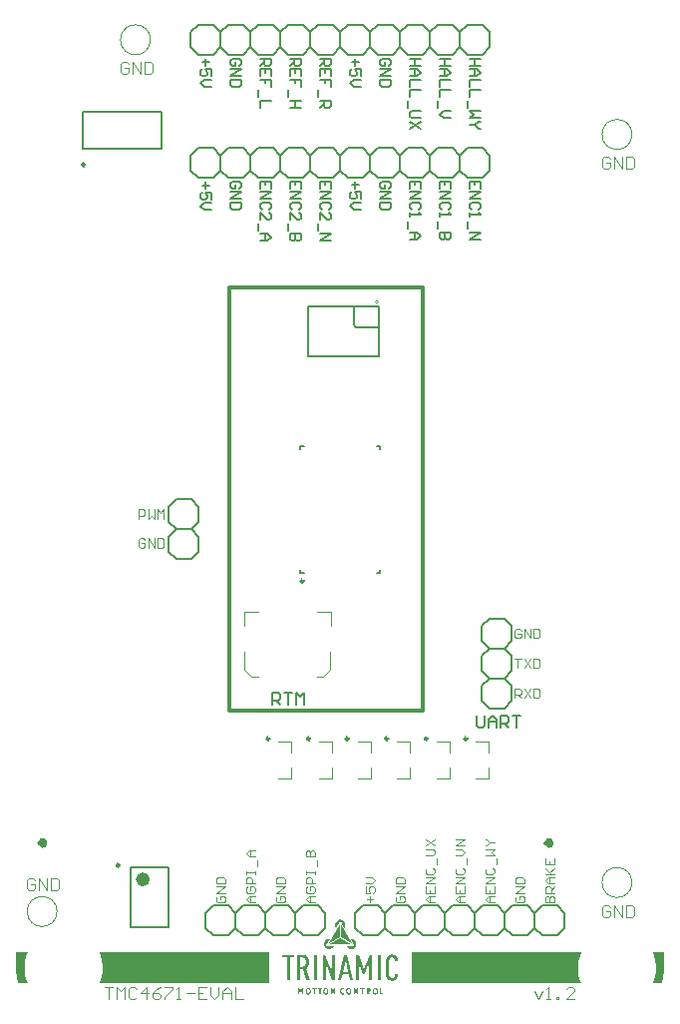
<source format=gto>
G04*
G04 #@! TF.GenerationSoftware,Altium Limited,Altium Designer,19.0.8 (182)*
G04*
G04 Layer_Color=65535*
%FSLAX25Y25*%
%MOIN*%
G70*
G01*
G75*
%ADD10C,0.00984*%
%ADD11C,0.02362*%
%ADD12C,0.01968*%
%ADD13C,0.00394*%
%ADD14C,0.00500*%
%ADD15C,0.00400*%
%ADD16C,0.00787*%
%ADD17C,0.01181*%
%ADD18C,0.00472*%
%ADD19C,0.00600*%
%ADD20C,0.00321*%
%ADD21C,0.00350*%
G36*
X108063Y30091D02*
X108064Y30090D01*
Y30089D01*
Y25881D01*
Y25881D01*
X108064Y25880D01*
X108063Y25880D01*
X108063Y25879D01*
X108063Y25879D01*
X108063Y25879D01*
X108063Y25879D01*
X108063Y25879D01*
X108063Y25879D01*
X108063Y25879D01*
X104418Y23775D01*
X104418Y23775D01*
X104418Y23775D01*
X104418Y23775D01*
X104418Y23775D01*
X104418Y23775D01*
X104417Y23775D01*
X104416Y23775D01*
X104415Y23776D01*
X104415Y23777D01*
X104415Y23778D01*
X108060Y30090D01*
Y30090D01*
X108060Y30091D01*
X108062Y30091D01*
X108063Y30091D01*
D02*
G37*
G36*
X108513Y31714D02*
X108977Y31579D01*
X109385Y31320D01*
X109705Y30957D01*
X109911Y30520D01*
X109987Y30043D01*
X109927Y29563D01*
X109736Y29119D01*
X109582Y28932D01*
X108355Y31057D01*
X108306Y31106D01*
X108235Y31108D01*
X108187Y31057D01*
X106960Y28932D01*
Y28932D01*
X106806Y29119D01*
X106614Y29563D01*
X106554Y30042D01*
X106630Y30520D01*
X106837Y30957D01*
X107157Y31320D01*
X107565Y31579D01*
X108029Y31714D01*
X108271Y31714D01*
X108513Y31714D01*
D02*
G37*
G36*
X108271Y25522D02*
X108271Y25522D01*
X108271Y25522D01*
X111915Y23417D01*
X111915Y23417D01*
X111915Y23417D01*
X111915Y23417D01*
X111916Y23417D01*
X111916Y23417D01*
X111916Y23417D01*
X111916Y23417D01*
X111917Y23415D01*
X111916Y23414D01*
X111915Y23413D01*
X111914Y23413D01*
X104625Y23414D01*
X104625D01*
X104624Y23415D01*
X104623Y23416D01*
X104624Y23417D01*
X104624Y23418D01*
X108269Y25522D01*
X108269Y25522D01*
X108269Y25522D01*
X108270Y25522D01*
X108270Y25522D01*
X108271Y25522D01*
D02*
G37*
G36*
X108480Y30091D02*
X108480Y30090D01*
X112124Y23778D01*
X112124D01*
X112124Y23777D01*
X112124Y23776D01*
X112123Y23775D01*
X112122Y23775D01*
X112121Y23775D01*
X108477Y25879D01*
X108477D01*
X108477Y25879D01*
X108476Y25880D01*
X108476Y25880D01*
X108476Y25881D01*
X108476Y25881D01*
Y25881D01*
X108476Y25881D01*
X108476Y25881D01*
Y25881D01*
Y25881D01*
X108476Y30089D01*
Y30090D01*
X108476Y30090D01*
X108477Y30091D01*
X108478Y30092D01*
X108480Y30091D01*
D02*
G37*
G36*
X104867Y25311D02*
X103640Y23187D01*
X103623Y23119D01*
X103657Y23057D01*
X103725Y23041D01*
X106178D01*
X106178Y23041D01*
X106094Y22814D01*
X105805Y22426D01*
X105419Y22134D01*
X104968Y21961D01*
X104486Y21921D01*
X104012Y22017D01*
X103584Y22241D01*
X103235Y22576D01*
X103114Y22785D01*
X103114D01*
X102993Y22995D01*
X102877Y23464D01*
X102898Y23947D01*
X103052Y24406D01*
X103327Y24803D01*
X103703Y25107D01*
X104148Y25295D01*
X104629Y25351D01*
X104867Y25311D01*
D02*
G37*
G36*
X112390Y25293D02*
X112836Y25105D01*
X113211Y24801D01*
X113487Y24403D01*
X113641Y23945D01*
X113661Y23462D01*
X113546Y22992D01*
X113425Y22783D01*
X113304Y22573D01*
X112955Y22239D01*
X112526Y22015D01*
X112053Y21919D01*
X111571Y21959D01*
X111119Y22132D01*
X110734Y22424D01*
X110445Y22812D01*
X110360Y23038D01*
X112814Y23038D01*
X112814D01*
X112823Y23039D01*
X112840Y23041D01*
X112857Y23045D01*
X112873Y23052D01*
X112881Y23056D01*
X112888Y23062D01*
X112901Y23075D01*
X112910Y23091D01*
X112916Y23108D01*
X112918Y23117D01*
X112918Y23117D01*
X112917Y23126D01*
X112914Y23143D01*
X112909Y23160D01*
X112902Y23176D01*
X112898Y23184D01*
X111671Y25309D01*
X111671D01*
X111910Y25349D01*
X112390Y25293D01*
D02*
G37*
G36*
X118998Y19997D02*
X118998Y19997D01*
X118999Y19996D01*
Y19995D01*
Y11426D01*
Y11426D01*
X118998Y11425D01*
X118998Y11424D01*
X118997Y11424D01*
X117963D01*
X117962Y11424D01*
X117961Y11425D01*
X117961Y11426D01*
Y11426D01*
Y17516D01*
X116607Y13520D01*
X116607D01*
X116607Y13519D01*
X116607Y13519D01*
X116606Y13518D01*
X116605Y13518D01*
X115968D01*
X115967Y13518D01*
X115967Y13519D01*
X115966Y13519D01*
X115966Y13520D01*
X114636Y17420D01*
Y11426D01*
Y11426D01*
X114636Y11425D01*
X114635Y11424D01*
X114635Y11424D01*
X113600D01*
X113599Y11424D01*
X113599Y11425D01*
X113598Y11426D01*
Y11426D01*
Y19995D01*
Y19996D01*
X113599Y19997D01*
X113599Y19997D01*
X113600Y19997D01*
X114575D01*
X114575Y19997D01*
X114576Y19997D01*
X114576Y19997D01*
X114576Y19996D01*
X114576Y19996D01*
X114576Y19996D01*
X114576Y19996D01*
X114576Y19996D01*
X114576Y19996D01*
X116305Y15236D01*
X118022Y19996D01*
Y19996D01*
X118022Y19996D01*
X118022Y19997D01*
X118023Y19997D01*
X118023Y19997D01*
X118997D01*
X118998Y19997D01*
D02*
G37*
G36*
X95990Y19986D02*
X96168Y19967D01*
X96344Y19940D01*
X96431Y19921D01*
X96431Y19921D01*
X96470Y19912D01*
X96546Y19890D01*
X96621Y19865D01*
X96695Y19838D01*
X96731Y19822D01*
X96731Y19822D01*
X96766Y19808D01*
X96834Y19775D01*
X96900Y19738D01*
X96964Y19698D01*
X96994Y19676D01*
X96994Y19676D01*
X97057Y19631D01*
X97172Y19529D01*
X97276Y19415D01*
X97366Y19290D01*
X97405Y19223D01*
X97405Y19223D01*
X97427Y19185D01*
X97467Y19108D01*
X97503Y19029D01*
X97536Y18949D01*
X97551Y18908D01*
X97551Y18908D01*
X97568Y18861D01*
X97598Y18767D01*
X97624Y18672D01*
X97647Y18575D01*
X97656Y18527D01*
X97657Y18527D01*
X97667Y18471D01*
X97686Y18359D01*
X97702Y18246D01*
X97715Y18133D01*
X97720Y18077D01*
X97720Y18077D01*
X97726Y18011D01*
X97735Y17880D01*
X97740Y17749D01*
X97742Y17618D01*
X97742Y17552D01*
X97742Y17552D01*
X97741Y17470D01*
X97737Y17305D01*
X97728Y17141D01*
X97714Y16977D01*
X97706Y16895D01*
X97706Y16895D01*
X97699Y16826D01*
X97677Y16688D01*
X97649Y16552D01*
X97614Y16417D01*
X97593Y16350D01*
X97593Y16350D01*
X97583Y16320D01*
X97563Y16262D01*
X97541Y16203D01*
X97517Y16146D01*
X97505Y16117D01*
X97505Y16117D01*
X97493Y16090D01*
X97467Y16037D01*
X97439Y15985D01*
X97410Y15934D01*
X97394Y15909D01*
X97394Y15909D01*
X97333Y15812D01*
X97183Y15636D01*
X97009Y15485D01*
X96814Y15361D01*
X96709Y15314D01*
X96709Y15314D01*
X98018Y11426D01*
X96937D01*
X95759Y15109D01*
X94821D01*
Y11426D01*
X93788D01*
Y19995D01*
X95723Y19995D01*
X95812Y19995D01*
X95990Y19986D01*
D02*
G37*
G36*
X125693Y20090D02*
X125777Y20085D01*
X125861Y20076D01*
X125902Y20070D01*
X125902Y20070D01*
X126056Y20044D01*
X126093Y20036D01*
X126165Y20018D01*
X126236Y19997D01*
X126306Y19974D01*
X126340Y19961D01*
X126422Y19930D01*
X126579Y19851D01*
X126726Y19757D01*
X126862Y19648D01*
X126925Y19586D01*
X126970Y19541D01*
X127054Y19446D01*
X127130Y19344D01*
X127199Y19237D01*
X127230Y19181D01*
X127252Y19142D01*
X127291Y19062D01*
X127328Y18980D01*
X127361Y18896D01*
X127376Y18854D01*
X127383Y18832D01*
X127398Y18787D01*
X127412Y18742D01*
X127425Y18697D01*
X127431Y18675D01*
X127444Y18627D01*
X127467Y18532D01*
X127486Y18436D01*
X127502Y18339D01*
X127508Y18291D01*
X127515Y18239D01*
X127525Y18136D01*
X127533Y18033D01*
X127538Y17929D01*
X127538Y17877D01*
X126504Y17877D01*
X126495Y18100D01*
X126484Y18209D01*
X126467Y18316D01*
X126444Y18420D01*
X126416Y18520D01*
X126382Y18615D01*
X126341Y18705D01*
X126294Y18788D01*
X126239Y18864D01*
X126092Y19009D01*
X126062Y19030D01*
X125999Y19068D01*
X125933Y19099D01*
X125864Y19124D01*
X125828Y19134D01*
X125828Y19134D01*
X125796Y19142D01*
X125731Y19154D01*
X125666Y19162D01*
X125600Y19165D01*
X125567Y19165D01*
X125543Y19164D01*
X125496Y19162D01*
X125449Y19158D01*
X125402Y19153D01*
X125379Y19150D01*
Y19150D01*
X125295Y19131D01*
X125146Y19075D01*
X125114Y19057D01*
X125052Y19018D01*
X124994Y18973D01*
X124940Y18923D01*
X124915Y18896D01*
X124915Y18896D01*
X124870Y18840D01*
X124854Y18817D01*
X124823Y18770D01*
X124794Y18722D01*
X124768Y18673D01*
X124756Y18647D01*
Y18647D01*
X124659Y18368D01*
X124613Y18147D01*
X124577Y17885D01*
X124549Y17573D01*
X124530Y17206D01*
X124497Y16860D01*
X124518Y16778D01*
X124511Y16282D01*
X124509Y15711D01*
X124518Y14644D01*
X124530Y14216D01*
X124549Y13849D01*
X124577Y13537D01*
X124613Y13274D01*
X124659Y13054D01*
X124717Y12869D01*
X124787Y12714D01*
X124870Y12582D01*
X125020Y12427D01*
X125295Y12291D01*
X125379Y12272D01*
X125470Y12261D01*
X125567Y12257D01*
X125748Y12272D01*
X125828Y12291D01*
X125971Y12346D01*
X126195Y12517D01*
X126239Y12570D01*
X126342Y12728D01*
X126384Y12816D01*
X126420Y12910D01*
X126450Y13008D01*
X126474Y13110D01*
X126506Y13323D01*
X126516Y13544D01*
X127550Y13544D01*
X127549Y13466D01*
X127539Y13309D01*
X127522Y13153D01*
X127497Y12998D01*
X127480Y12922D01*
X127481Y12922D01*
X127471Y12874D01*
X127448Y12778D01*
X127420Y12684D01*
X127389Y12591D01*
X127372Y12545D01*
X127373Y12546D01*
X127364Y12523D01*
X127347Y12479D01*
X127329Y12436D01*
X127309Y12393D01*
X127299Y12372D01*
X127300Y12372D01*
X127290Y12351D01*
X127270Y12310D01*
X127248Y12269D01*
X127226Y12229D01*
X127214Y12210D01*
X127215Y12210D01*
X127202Y12188D01*
X127176Y12145D01*
X127148Y12103D01*
X127119Y12061D01*
X127104Y12041D01*
X127105Y12041D01*
X127094Y12026D01*
X127070Y11996D01*
X127046Y11966D01*
X127021Y11937D01*
X127008Y11922D01*
X127009Y11923D01*
X126995Y11906D01*
X126965Y11875D01*
X126935Y11844D01*
X126904Y11814D01*
X126888Y11800D01*
X126889Y11800D01*
X126801Y11717D01*
X126604Y11578D01*
X126390Y11470D01*
X126161Y11394D01*
X126043Y11372D01*
X126043Y11372D01*
X126005Y11366D01*
X125928Y11354D01*
X125851Y11344D01*
X125773Y11337D01*
X125735Y11335D01*
X125735D01*
X125567Y11330D01*
X125519Y11330D01*
X125422Y11334D01*
X125326Y11341D01*
X125230Y11352D01*
X125182Y11359D01*
X125182Y11359D01*
X125009Y11394D01*
X124969Y11404D01*
X124890Y11427D01*
X124812Y11454D01*
X124736Y11484D01*
X124698Y11502D01*
X124698D01*
X124613Y11541D01*
X124452Y11636D01*
X124301Y11747D01*
X124163Y11874D01*
X124101Y11944D01*
X124101Y11944D01*
X124057Y11993D01*
X123977Y12097D01*
X123904Y12206D01*
X123838Y12320D01*
X123809Y12380D01*
X123809Y12380D01*
X123794Y12411D01*
X123766Y12475D01*
X123740Y12540D01*
X123716Y12606D01*
X123706Y12639D01*
X123706Y12640D01*
X123626Y12934D01*
X123569Y13268D01*
X123526Y13647D01*
X123499Y14075D01*
X123484Y14559D01*
X123477Y15102D01*
X123476Y15711D01*
X123484Y16863D01*
X123499Y17346D01*
X123526Y17775D01*
X123567Y18154D01*
X123626Y18488D01*
X123706Y18782D01*
X123809Y19042D01*
X123824Y19072D01*
X123855Y19130D01*
X123888Y19188D01*
X123922Y19244D01*
X123940Y19272D01*
X123940Y19272D01*
X123959Y19299D01*
X123997Y19352D01*
X124038Y19403D01*
X124079Y19453D01*
X124101Y19478D01*
X124150Y19534D01*
X124257Y19637D01*
X124372Y19730D01*
X124495Y19814D01*
X124559Y19850D01*
X124612Y19880D01*
X124722Y19932D01*
X124835Y19976D01*
X124950Y20013D01*
X125009Y20027D01*
X125054Y20038D01*
X125143Y20056D01*
X125232Y20070D01*
X125323Y20081D01*
X125368Y20084D01*
X125368Y20084D01*
X125567Y20091D01*
X125609Y20092D01*
X125693Y20090D01*
D02*
G37*
G36*
X127538Y17877D02*
X127538Y17877D01*
Y17877D01*
X127538D01*
D02*
G37*
G36*
X106532Y19997D02*
X106533Y19997D01*
X106533Y19996D01*
Y19995D01*
Y11426D01*
Y11426D01*
X106533Y11425D01*
X106532Y11424D01*
X106532Y11424D01*
X105593D01*
X105592Y11424D01*
X105592Y11424D01*
X105591Y11425D01*
X105591Y11425D01*
X103384Y17276D01*
Y11426D01*
Y11426D01*
X103384Y11425D01*
X103383Y11424D01*
X103382Y11424D01*
X102348D01*
X102347Y11424D01*
X102346Y11425D01*
X102346Y11426D01*
Y11426D01*
Y19995D01*
Y19996D01*
X102346Y19997D01*
X102347Y19997D01*
X102348Y19997D01*
X103310D01*
X103311Y19997D01*
X103311Y19997D01*
X103312Y19996D01*
X103312Y19996D01*
X105507Y14146D01*
X105495Y19995D01*
Y19995D01*
X105495Y19996D01*
X105495Y19997D01*
X105496Y19997D01*
X105497Y19997D01*
X106532D01*
X106532Y19997D01*
D02*
G37*
G36*
X112560Y11426D02*
X111466D01*
X111057Y13448D01*
X109074D01*
X108665Y11426D01*
X107584D01*
X109579Y19995D01*
X110577D01*
X112560Y11426D01*
D02*
G37*
G36*
X121943Y19997D02*
X121943Y19997D01*
X121944Y19996D01*
Y19995D01*
Y11426D01*
Y11426D01*
X121943Y11425D01*
X121943Y11424D01*
X121942Y11424D01*
X120907D01*
X120907Y11424D01*
X120906Y11425D01*
X120906Y11426D01*
Y11426D01*
Y19995D01*
Y19996D01*
X120906Y19997D01*
X120907Y19997D01*
X120907Y19997D01*
X121942D01*
X121943Y19997D01*
D02*
G37*
G36*
X100438D02*
X100439Y19997D01*
X100439Y19996D01*
Y19995D01*
Y11426D01*
Y11426D01*
X100439Y11425D01*
X100438Y11424D01*
X100437Y11424D01*
X99403D01*
X99402Y11424D01*
X99402Y11425D01*
X99401Y11426D01*
Y11426D01*
Y19995D01*
Y19996D01*
X99402Y19997D01*
X99402Y19997D01*
X99403Y19997D01*
X100437D01*
X100438Y19997D01*
D02*
G37*
G36*
X92895D02*
X92896Y19997D01*
X92896Y19996D01*
Y19995D01*
Y19069D01*
Y19068D01*
X92896Y19068D01*
X92895Y19067D01*
X92895Y19067D01*
X91466D01*
Y11426D01*
Y11426D01*
X91466Y11425D01*
X91465Y11424D01*
X91465Y11424D01*
X90430D01*
X90429Y11424D01*
X90429Y11425D01*
X90428Y11426D01*
Y11426D01*
Y19067D01*
X88988D01*
X88987Y19067D01*
X88986Y19068D01*
X88986Y19068D01*
Y19069D01*
Y19995D01*
Y19996D01*
X88986Y19997D01*
X88987Y19997D01*
X88988Y19997D01*
X92895D01*
X92895Y19997D01*
D02*
G37*
G36*
X216615Y14467D02*
X215955Y10634D01*
X212771D01*
X213420Y12489D01*
X213787Y14652D01*
X213787Y15748D01*
X213787Y16600D01*
X213565Y18290D01*
X213124Y19936D01*
X212766Y20800D01*
X216615D01*
Y14467D01*
D02*
G37*
G36*
X188357Y19710D02*
X187869Y17572D01*
X187746Y15382D01*
X187992Y13203D01*
X188599Y11095D01*
X188821Y10634D01*
X132115D01*
Y20800D01*
X188809D01*
X188357Y19710D01*
D02*
G37*
G36*
X84420Y10634D02*
X27731D01*
X28381Y12489D01*
X28748Y14652D01*
X28748Y15748D01*
X28748Y16600D01*
X28526Y18290D01*
X28084Y19936D01*
X27727Y20800D01*
X84420D01*
Y10634D01*
D02*
G37*
G36*
X3318Y19710D02*
X2830Y17572D01*
X2707Y15382D01*
X2952Y13203D01*
X3559Y11095D01*
X3782Y10634D01*
X580D01*
X-80Y14467D01*
Y20800D01*
X3769D01*
X3318Y19710D01*
D02*
G37*
G36*
X117876Y8853D02*
X117968Y8838D01*
X118057Y8816D01*
X118101Y8800D01*
X118115Y8795D01*
X118143Y8782D01*
X118169Y8766D01*
X118195Y8748D01*
X118206Y8738D01*
X118219Y8730D01*
X118243Y8712D01*
X118265Y8692D01*
X118286Y8670D01*
X118296Y8658D01*
X118306Y8646D01*
X118323Y8619D01*
X118339Y8591D01*
X118352Y8562D01*
X118357Y8547D01*
X118357Y8547D01*
X118365Y8531D01*
X118378Y8499D01*
X118389Y8466D01*
X118397Y8431D01*
X118399Y8414D01*
X118402Y8397D01*
X118405Y8361D01*
X118407Y8326D01*
X118408Y8291D01*
X118407Y8273D01*
X118408Y8263D01*
X118408Y8244D01*
X118408Y8224D01*
X118408Y8205D01*
X118407Y8195D01*
X118407Y8169D01*
X118403Y8118D01*
X118394Y8067D01*
X118381Y8018D01*
X118372Y7994D01*
X118361Y7972D01*
X118336Y7930D01*
X118307Y7890D01*
X118276Y7853D01*
X118259Y7836D01*
X118259Y7836D01*
X118233Y7806D01*
X118172Y7757D01*
X118104Y7718D01*
X118030Y7692D01*
X117992Y7685D01*
X118494Y6711D01*
X118052Y6713D01*
X117568Y7647D01*
X117423D01*
X117423Y7984D01*
X117621D01*
X117723Y7990D01*
X117786Y8000D01*
X117839Y8015D01*
X117839D01*
X117848Y8018D01*
X117864Y8024D01*
X117880Y8032D01*
X117895Y8041D01*
X117902Y8046D01*
X117915Y8056D01*
X117938Y8080D01*
X117956Y8107D01*
X117970Y8136D01*
X117975Y8152D01*
X117985Y8202D01*
X117989Y8259D01*
X117985Y8313D01*
X117985Y8313D01*
X117984Y8322D01*
X117981Y8339D01*
X117977Y8356D01*
X117971Y8372D01*
X117968Y8381D01*
X117963Y8392D01*
X117950Y8414D01*
X117935Y8433D01*
X117917Y8450D01*
X117906Y8458D01*
X117897Y8464D01*
X117878Y8474D01*
X117859Y8483D01*
X117839Y8490D01*
X117828Y8493D01*
Y8493D01*
X117815Y8497D01*
X117789Y8502D01*
X117763Y8507D01*
X117736Y8512D01*
X117723Y8513D01*
X117421Y8513D01*
X117423Y7984D01*
D01*
X117423Y7647D01*
X117423D01*
Y7645D01*
X117421Y6711D01*
X117018Y6713D01*
X117020Y8857D01*
X117738Y8857D01*
X117738Y8857D01*
X117784Y8859D01*
X117876Y8853D01*
D02*
G37*
G36*
X109124Y8885D02*
X109124Y8885D01*
X109228Y8883D01*
X109293Y8878D01*
X109354Y8872D01*
X109438Y8859D01*
X109511Y8845D01*
X109574Y8833D01*
X109639Y8820D01*
Y8474D01*
X109570Y8487D01*
X109503Y8497D01*
X109417Y8509D01*
X109340Y8517D01*
X109288Y8522D01*
X109224Y8526D01*
X109163Y8528D01*
X109139Y8528D01*
X109092Y8525D01*
X109046Y8517D01*
X109000Y8506D01*
X108978Y8498D01*
X108959Y8491D01*
X108923Y8475D01*
X108889Y8455D01*
X108856Y8433D01*
X108841Y8421D01*
X108834Y8416D01*
X108822Y8405D01*
X108810Y8393D01*
X108799Y8381D01*
X108794Y8375D01*
X108794Y8375D01*
X108752Y8318D01*
X108727Y8275D01*
X108704Y8227D01*
X108683Y8174D01*
X108657Y8085D01*
X108639Y7983D01*
X108632Y7908D01*
X108628Y7826D01*
X108629Y7699D01*
X108635Y7620D01*
X108644Y7548D01*
X108657Y7482D01*
X108674Y7422D01*
X108704Y7342D01*
X108727Y7295D01*
X108779Y7213D01*
X108788Y7203D01*
X108806Y7182D01*
X108825Y7163D01*
X108846Y7145D01*
X108857Y7137D01*
X108870Y7128D01*
X108896Y7111D01*
X108923Y7097D01*
X108951Y7084D01*
X108965Y7079D01*
Y7079D01*
X108989Y7070D01*
X109038Y7057D01*
X109087Y7049D01*
X109138Y7046D01*
X109163Y7046D01*
X109163D01*
X109224Y7047D01*
X109288Y7052D01*
X109417Y7067D01*
X109491Y7077D01*
X109581Y7092D01*
X109639Y7102D01*
Y6749D01*
X109574Y6736D01*
X109488Y6719D01*
X109438Y6709D01*
X109383Y6700D01*
X109293Y6690D01*
X109228Y6686D01*
X109160Y6684D01*
X109128Y6683D01*
X109065Y6685D01*
X109003Y6690D01*
X108940Y6699D01*
X108910Y6705D01*
X108910Y6705D01*
X108848Y6717D01*
X108730Y6758D01*
X108620Y6817D01*
X108520Y6893D01*
X108477Y6938D01*
X108477Y6938D01*
X108383Y7056D01*
X108306Y7199D01*
X108274Y7280D01*
X108235Y7414D01*
X108216Y7511D01*
X108204Y7615D01*
X108198Y7726D01*
X108197Y7784D01*
X108204Y7953D01*
X108216Y8058D01*
X108235Y8155D01*
X108259Y8246D01*
X108294Y8344D01*
X108324Y8407D01*
X108362Y8479D01*
X108405Y8544D01*
X108413Y8556D01*
X108430Y8578D01*
X108448Y8600D01*
X108467Y8620D01*
X108477Y8630D01*
Y8630D01*
X108508Y8662D01*
X108577Y8719D01*
X108651Y8768D01*
X108730Y8808D01*
X108772Y8824D01*
X108814Y8840D01*
X108901Y8864D01*
X108989Y8879D01*
X109079Y8886D01*
X109124Y8885D01*
D02*
G37*
G36*
X95955Y8857D02*
X95956Y8857D01*
X95956Y8856D01*
Y8855D01*
Y6713D01*
Y6713D01*
X95956Y6712D01*
X95955Y6712D01*
X95955Y6711D01*
X95553D01*
X95552Y6712D01*
X95551Y6712D01*
X95551Y6713D01*
Y6713D01*
Y8022D01*
X95247Y7382D01*
X95247D01*
X95247Y7382D01*
X95246Y7381D01*
X95246Y7381D01*
X95245Y7381D01*
X94848D01*
X94847Y7381D01*
X94847Y7381D01*
X94846Y7382D01*
X94846Y7382D01*
X94533Y8028D01*
Y6713D01*
Y6713D01*
X94533Y6712D01*
X94532Y6712D01*
X94531Y6711D01*
X94129D01*
X94129Y6712D01*
X94128Y6712D01*
X94128Y6713D01*
Y6713D01*
Y8855D01*
Y8856D01*
X94128Y8857D01*
X94129Y8857D01*
X94129Y8857D01*
X94531D01*
X94532Y8857D01*
X94532Y8857D01*
X94533Y8857D01*
X94533Y8856D01*
X95046Y7810D01*
X95551Y8856D01*
X95551Y8856D01*
X95551Y8857D01*
X95552Y8857D01*
X95552Y8857D01*
X95553Y8857D01*
X95955D01*
X95955Y8857D01*
D02*
G37*
G36*
X114233D02*
X114234Y8857D01*
X114234Y8856D01*
Y8855D01*
Y6713D01*
Y6713D01*
X114234Y6712D01*
X114233Y6712D01*
X114232Y6711D01*
X113831D01*
X113830Y6711D01*
X113830Y6712D01*
X113829Y6712D01*
X113829Y6712D01*
X113109Y8008D01*
Y6713D01*
Y6713D01*
X113109Y6712D01*
X113108Y6712D01*
X113108Y6711D01*
X112706D01*
X112705Y6712D01*
X112704Y6712D01*
X112704Y6713D01*
Y6713D01*
Y8855D01*
Y8856D01*
X112704Y8857D01*
X112705Y8857D01*
X112706Y8857D01*
X113107D01*
X113108Y8857D01*
X113109Y8857D01*
X113109Y8857D01*
X113109Y8856D01*
X113829Y7557D01*
Y8855D01*
Y8856D01*
X113829Y8857D01*
X113830Y8857D01*
X113830Y8857D01*
X114232D01*
X114233Y8857D01*
D02*
G37*
G36*
X106591D02*
X106591Y8857D01*
X106592Y8856D01*
Y8855D01*
Y6713D01*
Y6713D01*
X106591Y6712D01*
X106591Y6712D01*
X106590Y6711D01*
X106189D01*
X106188Y6711D01*
X106188Y6712D01*
X106187Y6712D01*
X106187Y6712D01*
X105467Y8008D01*
Y6713D01*
Y6713D01*
X105467Y6712D01*
X105466Y6712D01*
X105466Y6711D01*
X105063D01*
X105062Y6712D01*
X105062Y6712D01*
X105062Y6713D01*
Y6713D01*
Y8855D01*
Y8856D01*
X105062Y8857D01*
X105062Y8857D01*
X105063Y8857D01*
X105465D01*
X105466Y8857D01*
X105466Y8857D01*
X105467Y8857D01*
X105467Y8856D01*
X106187Y7557D01*
Y8855D01*
Y8856D01*
X106187Y8857D01*
X106188Y8857D01*
X106188Y8857D01*
X106590D01*
X106591Y8857D01*
D02*
G37*
G36*
X111216Y8878D02*
X111278Y8868D01*
X111300Y8864D01*
X111344Y8855D01*
X111388Y8842D01*
X111430Y8827D01*
X111451Y8818D01*
X111451Y8818D01*
X111492Y8801D01*
X111567Y8758D01*
X111638Y8707D01*
X111701Y8647D01*
X111729Y8614D01*
X111730Y8614D01*
X111741Y8600D01*
X111764Y8571D01*
X111785Y8541D01*
X111805Y8509D01*
X111814Y8493D01*
X111814Y8494D01*
X111850Y8425D01*
X111881Y8351D01*
X111908Y8271D01*
X111940Y8140D01*
X111955Y8046D01*
X111965Y7946D01*
X111970Y7840D01*
X111971Y7784D01*
X111965Y7623D01*
X111955Y7523D01*
X111940Y7429D01*
X111920Y7340D01*
X111915Y7320D01*
X111903Y7279D01*
X111889Y7239D01*
X111874Y7200D01*
X111866Y7180D01*
X111866Y7180D01*
X111832Y7109D01*
X111794Y7043D01*
X111730Y6955D01*
X111702Y6921D01*
X111638Y6861D01*
X111568Y6810D01*
X111492Y6767D01*
X111451Y6751D01*
X111451Y6751D01*
X111431Y6742D01*
X111389Y6728D01*
X111346Y6715D01*
X111302Y6705D01*
X111280Y6701D01*
X111281Y6701D01*
X111170Y6687D01*
X111093Y6684D01*
Y7026D01*
X111093D01*
X111093D01*
D01*
X111114Y7026D01*
X111156Y7029D01*
X111198Y7037D01*
X111239Y7049D01*
X111259Y7057D01*
X111259Y7057D01*
X111274Y7063D01*
X111302Y7077D01*
X111328Y7094D01*
X111353Y7113D01*
X111365Y7123D01*
X111365Y7123D01*
X111376Y7134D01*
X111397Y7155D01*
X111415Y7178D01*
X111432Y7203D01*
X111439Y7216D01*
X111440Y7216D01*
X111445Y7226D01*
X111456Y7246D01*
X111467Y7267D01*
X111476Y7288D01*
X111481Y7299D01*
X111481Y7299D01*
X111513Y7398D01*
X111537Y7511D01*
X111550Y7640D01*
X111555Y7784D01*
X111555Y7918D01*
X111537Y8057D01*
X111513Y8171D01*
X111481Y8270D01*
X111440Y8353D01*
X111389Y8421D01*
X111328Y8474D01*
X111262Y8505D01*
X111180Y8535D01*
X111093Y8543D01*
X111071Y8542D01*
X111029Y8539D01*
X110987Y8531D01*
X110946Y8520D01*
X110926Y8512D01*
X110926Y8512D01*
X110830Y8451D01*
X110746Y8353D01*
X110704Y8270D01*
X110672Y8171D01*
X110648Y8060D01*
X110635Y7928D01*
X110630Y7784D01*
X110634Y7646D01*
X110649Y7512D01*
X110672Y7398D01*
X110704Y7299D01*
X110746Y7216D01*
X110797Y7147D01*
X110857Y7095D01*
X110874Y7084D01*
X110909Y7065D01*
X110947Y7050D01*
X110985Y7038D01*
X111005Y7034D01*
X111016Y7032D01*
X111038Y7029D01*
X111059Y7027D01*
X111082Y7026D01*
X111093Y7026D01*
X111093Y6684D01*
X110978Y6690D01*
X110869Y6708D01*
X110852Y6712D01*
X110818Y6721D01*
X110784Y6732D01*
X110750Y6744D01*
X110734Y6751D01*
X110734Y6751D01*
X110694Y6768D01*
X110618Y6810D01*
X110548Y6862D01*
X110484Y6921D01*
X110456Y6954D01*
X110456Y6955D01*
X110444Y6969D01*
X110422Y6998D01*
X110400Y7028D01*
X110381Y7059D01*
X110372Y7075D01*
X110372Y7075D01*
X110336Y7144D01*
X110304Y7218D01*
X110277Y7298D01*
X110245Y7429D01*
X110230Y7523D01*
X110220Y7623D01*
X110215Y7729D01*
X110215Y7784D01*
X110220Y7946D01*
X110230Y8046D01*
X110245Y8140D01*
X110265Y8229D01*
X110271Y8249D01*
X110283Y8289D01*
X110297Y8329D01*
X110312Y8369D01*
X110320Y8388D01*
X110320Y8388D01*
X110353Y8460D01*
X110391Y8526D01*
X110456Y8614D01*
X110470Y8631D01*
X110500Y8663D01*
X110532Y8693D01*
X110565Y8721D01*
X110583Y8733D01*
X110583Y8733D01*
X110601Y8746D01*
X110637Y8769D01*
X110675Y8790D01*
X110714Y8809D01*
X110734Y8818D01*
X110734Y8818D01*
X110755Y8827D01*
X110796Y8842D01*
X110839Y8854D01*
X110883Y8864D01*
X110905Y8868D01*
X110905Y8868D01*
X111015Y8882D01*
X111093Y8885D01*
X111216Y8878D01*
D02*
G37*
G36*
X103574D02*
X103636Y8868D01*
X103658Y8864D01*
X103702Y8855D01*
X103745Y8842D01*
X103788Y8827D01*
X103809Y8818D01*
X103809Y8818D01*
X103849Y8801D01*
X103925Y8758D01*
X103995Y8707D01*
X104059Y8647D01*
X104087Y8614D01*
X104087Y8614D01*
X104099Y8600D01*
X104122Y8571D01*
X104143Y8541D01*
X104162Y8509D01*
X104171Y8493D01*
X104172Y8494D01*
X104207Y8425D01*
X104239Y8351D01*
X104266Y8271D01*
X104298Y8140D01*
X104313Y8046D01*
X104323Y7946D01*
X104328Y7840D01*
X104329Y7784D01*
X104323Y7623D01*
X104313Y7523D01*
X104298Y7429D01*
X104278Y7340D01*
X104272Y7320D01*
X104260Y7279D01*
X104247Y7239D01*
X104232Y7200D01*
X104223Y7180D01*
X104224Y7180D01*
X104190Y7109D01*
X104152Y7043D01*
X104087Y6955D01*
X104060Y6921D01*
X103996Y6861D01*
X103926Y6810D01*
X103849Y6767D01*
X103809Y6751D01*
X103809Y6751D01*
X103788Y6742D01*
X103746Y6728D01*
X103703Y6715D01*
X103660Y6705D01*
X103638Y6701D01*
X103638Y6701D01*
X103527Y6687D01*
X103450Y6684D01*
Y7026D01*
X103450D01*
X103450D01*
D01*
X103472Y7026D01*
X103514Y7029D01*
X103556Y7037D01*
X103597Y7049D01*
X103617Y7057D01*
X103617Y7057D01*
X103631Y7063D01*
X103659Y7077D01*
X103686Y7094D01*
X103711Y7113D01*
X103723Y7123D01*
X103723Y7123D01*
X103734Y7134D01*
X103754Y7155D01*
X103773Y7178D01*
X103789Y7203D01*
X103797Y7216D01*
X103797Y7216D01*
X103803Y7226D01*
X103814Y7246D01*
X103824Y7267D01*
X103834Y7288D01*
X103839Y7299D01*
X103839Y7299D01*
X103871Y7398D01*
X103894Y7511D01*
X103908Y7640D01*
X103913Y7784D01*
X103913Y7918D01*
X103894Y8057D01*
X103871Y8171D01*
X103839Y8270D01*
X103797Y8353D01*
X103746Y8421D01*
X103686Y8474D01*
X103620Y8505D01*
X103538Y8535D01*
X103450Y8543D01*
X103429Y8542D01*
X103387Y8539D01*
X103345Y8531D01*
X103304Y8520D01*
X103284Y8512D01*
X103284Y8512D01*
X103188Y8451D01*
X103104Y8353D01*
X103062Y8270D01*
X103030Y8171D01*
X103006Y8060D01*
X102993Y7928D01*
X102988Y7784D01*
X102992Y7646D01*
X103007Y7512D01*
X103030Y7398D01*
X103062Y7299D01*
X103104Y7216D01*
X103155Y7147D01*
X103215Y7095D01*
X103232Y7084D01*
X103267Y7065D01*
X103304Y7050D01*
X103343Y7038D01*
X103363Y7034D01*
X103373Y7032D01*
X103395Y7029D01*
X103417Y7027D01*
X103439Y7026D01*
X103450Y7026D01*
X103450Y6684D01*
X103335Y6690D01*
X103227Y6708D01*
X103210Y6712D01*
X103175Y6721D01*
X103141Y6732D01*
X103108Y6744D01*
X103092Y6751D01*
X103092Y6751D01*
X103052Y6768D01*
X102976Y6810D01*
X102905Y6862D01*
X102842Y6921D01*
X102814Y6954D01*
X102814Y6955D01*
X102802Y6969D01*
X102779Y6998D01*
X102758Y7028D01*
X102738Y7059D01*
X102729Y7075D01*
X102729Y7075D01*
X102694Y7144D01*
X102662Y7218D01*
X102635Y7298D01*
X102603Y7429D01*
X102588Y7523D01*
X102578Y7623D01*
X102573Y7729D01*
X102572Y7784D01*
X102578Y7946D01*
X102588Y8046D01*
X102603Y8140D01*
X102623Y8229D01*
X102629Y8249D01*
X102641Y8289D01*
X102655Y8329D01*
X102669Y8369D01*
X102677Y8388D01*
X102677Y8388D01*
X102711Y8460D01*
X102749Y8526D01*
X102814Y8614D01*
X102828Y8631D01*
X102857Y8663D01*
X102889Y8693D01*
X102923Y8721D01*
X102941Y8733D01*
X102941Y8733D01*
X102959Y8746D01*
X102995Y8769D01*
X103033Y8790D01*
X103072Y8809D01*
X103092Y8818D01*
X103092Y8818D01*
X103112Y8827D01*
X103154Y8842D01*
X103197Y8854D01*
X103240Y8864D01*
X103262Y8868D01*
X103262Y8868D01*
X103373Y8882D01*
X103450Y8885D01*
X103574Y8878D01*
D02*
G37*
G36*
X120052Y8878D02*
X120114Y8868D01*
X120136Y8864D01*
X120180Y8855D01*
X120224Y8842D01*
X120266Y8827D01*
X120287Y8818D01*
X120288Y8818D01*
X120328Y8801D01*
X120404Y8758D01*
X120474Y8707D01*
X120537Y8647D01*
X120565Y8614D01*
X120566Y8614D01*
X120578Y8600D01*
X120600Y8571D01*
X120621Y8541D01*
X120641Y8509D01*
X120650Y8493D01*
X120650Y8494D01*
X120686Y8425D01*
X120717Y8350D01*
X120744Y8271D01*
X120776Y8140D01*
X120791Y8046D01*
X120801Y7946D01*
X120806Y7840D01*
X120807Y7784D01*
X120801Y7623D01*
X120791Y7523D01*
X120776Y7429D01*
X120756Y7340D01*
X120751Y7320D01*
X120739Y7279D01*
X120725Y7239D01*
X120710Y7200D01*
X120702Y7180D01*
X120702Y7180D01*
X120668Y7109D01*
X120631Y7043D01*
X120566Y6955D01*
X120538Y6921D01*
X120474Y6861D01*
X120404Y6810D01*
X120328Y6767D01*
X120287Y6751D01*
X120288Y6751D01*
X120267Y6742D01*
X120225Y6728D01*
X120182Y6715D01*
X120138Y6705D01*
X120116Y6701D01*
X120117Y6701D01*
X120006Y6687D01*
X119929Y6684D01*
Y7026D01*
X119929D01*
X119929D01*
D01*
X119950Y7026D01*
X119992Y7029D01*
X120034Y7037D01*
X120075Y7049D01*
X120095Y7057D01*
X120095Y7057D01*
X120110Y7063D01*
X120138Y7077D01*
X120164Y7094D01*
X120189Y7113D01*
X120201Y7123D01*
X120201Y7123D01*
X120212Y7134D01*
X120233Y7155D01*
X120251Y7178D01*
X120268Y7203D01*
X120275Y7216D01*
X120275Y7216D01*
X120281Y7226D01*
X120292Y7246D01*
X120303Y7267D01*
X120312Y7288D01*
X120317Y7299D01*
X120317Y7299D01*
X120350Y7398D01*
X120373Y7511D01*
X120387Y7640D01*
X120391Y7784D01*
X120391Y7918D01*
X120373Y8057D01*
X120350Y8171D01*
X120317Y8270D01*
X120276Y8353D01*
X120225Y8421D01*
X120165Y8474D01*
X120098Y8505D01*
X120017Y8535D01*
X119929Y8542D01*
X119907Y8542D01*
X119865Y8539D01*
X119823Y8531D01*
X119782Y8519D01*
X119762Y8512D01*
X119762Y8512D01*
X119666Y8451D01*
X119582Y8353D01*
X119540Y8270D01*
X119508Y8171D01*
X119484Y8060D01*
X119471Y7928D01*
X119466Y7784D01*
X119470Y7646D01*
X119485Y7511D01*
X119508Y7398D01*
X119540Y7299D01*
X119582Y7216D01*
X119633Y7147D01*
X119693Y7094D01*
X119710Y7084D01*
X119746Y7065D01*
X119783Y7050D01*
X119821Y7038D01*
X119841Y7034D01*
X119852Y7032D01*
X119874Y7029D01*
X119896Y7027D01*
X119918Y7026D01*
X119929Y7026D01*
X119929Y6684D01*
X119814Y6690D01*
X119705Y6708D01*
X119688Y6712D01*
X119654Y6721D01*
X119620Y6732D01*
X119586Y6744D01*
X119570Y6751D01*
X119570Y6751D01*
X119530Y6768D01*
X119454Y6810D01*
X119384Y6862D01*
X119320Y6921D01*
X119292Y6954D01*
X119292Y6955D01*
X119280Y6969D01*
X119258Y6998D01*
X119237Y7028D01*
X119217Y7059D01*
X119208Y7075D01*
X119208Y7075D01*
X119172Y7144D01*
X119141Y7218D01*
X119113Y7298D01*
X119081Y7429D01*
X119066Y7523D01*
X119056Y7623D01*
X119051Y7729D01*
X119051Y7784D01*
X119056Y7945D01*
X119066Y8046D01*
X119081Y8140D01*
X119102Y8229D01*
X119107Y8249D01*
X119120Y8289D01*
X119133Y8329D01*
X119148Y8369D01*
X119156Y8388D01*
X119156Y8388D01*
X119189Y8460D01*
X119227Y8526D01*
X119292Y8614D01*
X119306Y8631D01*
X119336Y8663D01*
X119368Y8693D01*
X119402Y8720D01*
X119419Y8733D01*
X119419Y8733D01*
X119437Y8746D01*
X119474Y8769D01*
X119511Y8790D01*
X119550Y8809D01*
X119570Y8818D01*
X119570Y8818D01*
X119591Y8827D01*
X119632Y8842D01*
X119675Y8854D01*
X119719Y8864D01*
X119741Y8868D01*
X119741Y8868D01*
X119852Y8882D01*
X119929Y8885D01*
X120052Y8878D01*
D02*
G37*
G36*
X97692D02*
X97753Y8868D01*
X97776Y8864D01*
X97820Y8855D01*
X97863Y8842D01*
X97906Y8827D01*
X97927Y8818D01*
X97927Y8818D01*
X97967Y8801D01*
X98043Y8758D01*
X98113Y8707D01*
X98177Y8647D01*
X98205Y8614D01*
X98205Y8614D01*
X98217Y8600D01*
X98239Y8571D01*
X98261Y8541D01*
X98280Y8509D01*
X98289Y8493D01*
X98289Y8494D01*
X98325Y8425D01*
X98356Y8350D01*
X98384Y8271D01*
X98416Y8140D01*
X98431Y8046D01*
X98441Y7946D01*
X98446Y7840D01*
X98446Y7784D01*
X98441Y7623D01*
X98431Y7523D01*
X98416Y7429D01*
X98396Y7340D01*
X98390Y7320D01*
X98378Y7279D01*
X98365Y7239D01*
X98349Y7200D01*
X98341Y7180D01*
X98341Y7180D01*
X98308Y7109D01*
X98270Y7043D01*
X98205Y6955D01*
X98177Y6921D01*
X98114Y6861D01*
X98043Y6810D01*
X97967Y6767D01*
X97927Y6751D01*
X97927Y6751D01*
X97906Y6742D01*
X97864Y6728D01*
X97821Y6715D01*
X97778Y6705D01*
X97756Y6701D01*
X97756Y6701D01*
X97645Y6687D01*
X97568Y6684D01*
Y7026D01*
X97568D01*
X97568D01*
D01*
X97589Y7026D01*
X97632Y7029D01*
X97674Y7037D01*
X97715Y7049D01*
X97734Y7057D01*
X97735Y7057D01*
X97749Y7063D01*
X97777Y7077D01*
X97804Y7094D01*
X97829Y7113D01*
X97841Y7123D01*
X97841Y7123D01*
X97852Y7134D01*
X97872Y7155D01*
X97891Y7178D01*
X97907Y7203D01*
X97915Y7216D01*
X97915Y7216D01*
X97921Y7226D01*
X97932Y7246D01*
X97942Y7267D01*
X97952Y7288D01*
X97956Y7299D01*
X97957Y7299D01*
X97989Y7398D01*
X98012Y7511D01*
X98026Y7640D01*
X98031Y7784D01*
X98031Y7918D01*
X98012Y8057D01*
X97989Y8171D01*
X97957Y8270D01*
X97915Y8353D01*
X97864Y8421D01*
X97804Y8474D01*
X97738Y8505D01*
X97656Y8535D01*
X97568Y8542D01*
X97547Y8542D01*
X97504Y8539D01*
X97463Y8531D01*
X97422Y8519D01*
X97402Y8512D01*
X97402Y8512D01*
X97306Y8451D01*
X97221Y8353D01*
X97180Y8270D01*
X97148Y8171D01*
X97124Y8060D01*
X97110Y7928D01*
X97106Y7784D01*
X97110Y7646D01*
X97124Y7511D01*
X97148Y7398D01*
X97180Y7299D01*
X97222Y7216D01*
X97272Y7147D01*
X97332Y7094D01*
X97349Y7084D01*
X97385Y7065D01*
X97422Y7050D01*
X97461Y7038D01*
X97480Y7034D01*
X97491Y7032D01*
X97513Y7029D01*
X97535Y7027D01*
X97557Y7026D01*
X97568Y7026D01*
X97568Y6684D01*
X97453Y6690D01*
X97345Y6708D01*
X97327Y6712D01*
X97293Y6721D01*
X97259Y6732D01*
X97226Y6744D01*
X97209Y6751D01*
X97210Y6751D01*
X97169Y6768D01*
X97093Y6810D01*
X97023Y6862D01*
X96960Y6921D01*
X96931Y6954D01*
X96931Y6955D01*
X96920Y6969D01*
X96897Y6998D01*
X96876Y7028D01*
X96856Y7059D01*
X96847Y7075D01*
X96847Y7075D01*
X96811Y7144D01*
X96780Y7218D01*
X96753Y7298D01*
X96721Y7429D01*
X96706Y7523D01*
X96696Y7623D01*
X96691Y7729D01*
X96690Y7784D01*
X96696Y7945D01*
X96706Y8046D01*
X96721Y8140D01*
X96741Y8229D01*
X96746Y8249D01*
X96759Y8289D01*
X96772Y8329D01*
X96787Y8369D01*
X96795Y8388D01*
X96795Y8388D01*
X96829Y8460D01*
X96867Y8526D01*
X96931Y8614D01*
X96945Y8631D01*
X96975Y8663D01*
X97007Y8693D01*
X97041Y8720D01*
X97059Y8733D01*
X97059Y8733D01*
X97076Y8746D01*
X97113Y8769D01*
X97151Y8790D01*
X97189Y8809D01*
X97210Y8818D01*
X97210Y8818D01*
X97230Y8827D01*
X97272Y8842D01*
X97315Y8854D01*
X97358Y8864D01*
X97380Y8868D01*
X97380Y8868D01*
X97491Y8882D01*
X97568Y8885D01*
X97692Y8878D01*
D02*
G37*
G36*
X121944Y8857D02*
X121945Y8857D01*
X121945Y8856D01*
Y8855D01*
Y7058D01*
X122598D01*
X122599Y7057D01*
X122599Y7057D01*
X122599Y7056D01*
Y7056D01*
Y6713D01*
Y6713D01*
X122599Y6712D01*
X122599Y6712D01*
X122598Y6711D01*
X121542D01*
X121541Y6712D01*
X121540Y6712D01*
X121540Y6713D01*
Y6713D01*
Y8855D01*
Y8856D01*
X121540Y8857D01*
X121541Y8857D01*
X121542Y8857D01*
X121944D01*
X121944Y8857D01*
D02*
G37*
G36*
X116365D02*
X116366Y8857D01*
X116366Y8856D01*
Y8855D01*
Y8498D01*
Y8498D01*
X116366Y8497D01*
X116365Y8497D01*
X116365Y8496D01*
X115831D01*
Y6713D01*
Y6713D01*
X115831Y6712D01*
X115830Y6712D01*
X115830Y6711D01*
X115427D01*
X115427Y6712D01*
X115426Y6712D01*
X115426Y6713D01*
Y6713D01*
Y8496D01*
X114892D01*
X114891Y8497D01*
X114891Y8497D01*
X114891Y8498D01*
Y8498D01*
Y8855D01*
Y8856D01*
X114891Y8857D01*
X114891Y8857D01*
X114892Y8857D01*
X116365D01*
X116365Y8857D01*
D02*
G37*
G36*
X102024D02*
X102025Y8857D01*
X102025Y8856D01*
Y8855D01*
Y8601D01*
Y8601D01*
X102025Y8600D01*
X102024Y8599D01*
X102024Y8599D01*
X101668D01*
Y6970D01*
X102024D01*
X102024Y6969D01*
X102025Y6969D01*
X102025Y6968D01*
Y6967D01*
Y6713D01*
Y6713D01*
X102025Y6712D01*
X102024Y6712D01*
X102024Y6711D01*
X100908D01*
X100907Y6712D01*
X100907Y6712D01*
X100906Y6713D01*
Y6713D01*
Y6967D01*
Y6968D01*
X100907Y6969D01*
X100907Y6969D01*
X100908Y6970D01*
X101263D01*
Y8599D01*
X100908D01*
X100907Y8599D01*
X100907Y8600D01*
X100906Y8601D01*
Y8601D01*
Y8855D01*
Y8856D01*
X100907Y8857D01*
X100907Y8857D01*
X100908Y8857D01*
X102024D01*
X102024Y8857D01*
D02*
G37*
G36*
X100376D02*
X100377Y8857D01*
X100377Y8856D01*
Y8855D01*
Y8498D01*
Y8498D01*
X100377Y8497D01*
X100376Y8497D01*
X100376Y8496D01*
X99842D01*
Y6713D01*
Y6713D01*
X99842Y6712D01*
X99841Y6712D01*
X99840Y6711D01*
X99438D01*
X99437Y6712D01*
X99437Y6712D01*
X99437Y6713D01*
Y6713D01*
Y8496D01*
X98903D01*
X98902Y8497D01*
X98902Y8497D01*
X98902Y8498D01*
Y8498D01*
Y8855D01*
Y8856D01*
X98902Y8857D01*
X98902Y8857D01*
X98903Y8857D01*
X100376D01*
X100376Y8857D01*
D02*
G37*
%LPC*%
G36*
X95735Y19069D02*
X94821D01*
Y16024D01*
X95735D01*
X95786Y16024D01*
X95890Y16032D01*
X95992Y16049D01*
X96092Y16077D01*
X96141Y16095D01*
X96141D01*
X96161Y16103D01*
X96201Y16122D01*
X96240Y16144D01*
X96277Y16168D01*
X96295Y16181D01*
X96295Y16181D01*
X96329Y16208D01*
X96393Y16268D01*
X96449Y16335D01*
X96498Y16407D01*
X96519Y16445D01*
X96519Y16445D01*
X96530Y16466D01*
X96551Y16509D01*
X96570Y16552D01*
X96587Y16597D01*
X96595Y16619D01*
X96595Y16619D01*
X96649Y16819D01*
X96684Y17042D01*
X96703Y17287D01*
X96709Y17552D01*
X96709Y17615D01*
X96706Y17741D01*
X96700Y17868D01*
X96690Y17993D01*
X96684Y18056D01*
X96684Y18056D01*
X96649Y18278D01*
X96595Y18476D01*
X96520Y18649D01*
X96421Y18795D01*
X96376Y18847D01*
X96273Y18936D01*
X96153Y19002D01*
X96022Y19041D01*
X95955Y19051D01*
X95955Y19051D01*
X95735Y19069D01*
D02*
G37*
G36*
X110072Y18322D02*
X109266Y14375D01*
X110864D01*
X110072Y18322D01*
D02*
G37*
%LPD*%
D10*
X95965Y144831D02*
G03*
X95965Y144831I-492J0D01*
G01*
X111071Y92155D02*
G03*
X111071Y92155I-492J0D01*
G01*
X124260D02*
G03*
X124260Y92155I-492J0D01*
G01*
X137449D02*
G03*
X137449Y92155I-492J0D01*
G01*
X22886Y283925D02*
G03*
X22886Y283925I-492J0D01*
G01*
X34393Y49940D02*
G03*
X34393Y49940I-492J0D01*
G01*
X84606Y92155D02*
G03*
X84606Y92155I-492J0D01*
G01*
X98189D02*
G03*
X98189Y92155I-492J0D01*
G01*
X150638Y92155D02*
G03*
X150638Y92155I-492J0D01*
G01*
D11*
X43448Y45196D02*
G03*
X43448Y45196I-1181J0D01*
G01*
D12*
X9329Y57323D02*
G03*
X9329Y57323I-707J0D01*
G01*
X178621D02*
G03*
X178621Y57323I-707J0D01*
G01*
D13*
X13568Y34446D02*
G03*
X13568Y34446I-5000J0D01*
G01*
X205787Y293976D02*
G03*
X205787Y293976I-5000J0D01*
G01*
X44792Y325591D02*
G03*
X44792Y325591I-5000J0D01*
G01*
X205787Y44134D02*
G03*
X205787Y44134I-5000J0D01*
G01*
X105001Y129728D02*
Y134453D01*
X100375D02*
X105001D01*
X100375Y112996D02*
X102540D01*
X104903Y115358D01*
Y121067D01*
X76162Y115358D02*
Y121067D01*
Y115358D02*
X78525Y112996D01*
X80690D01*
X76064Y134453D02*
X80690D01*
X76064Y129728D02*
Y134453D01*
D14*
X112811Y230596D02*
G03*
X113992Y229415I1181J0D01*
G01*
X121079D01*
X112811Y230596D02*
Y236502D01*
X121079Y219966D02*
Y236502D01*
X97457D02*
X121079D01*
X97457Y219966D02*
Y236502D01*
Y219966D02*
X121079D01*
X85433Y103464D02*
Y107463D01*
X87432D01*
X88099Y106797D01*
Y105464D01*
X87432Y104797D01*
X85433D01*
X86766D02*
X88099Y103464D01*
X89432Y107463D02*
X92098D01*
X90765D01*
Y103464D01*
X93431D02*
Y107463D01*
X94763Y106130D01*
X96096Y107463D01*
Y103464D01*
X153937Y99904D02*
Y96572D01*
X154604Y95905D01*
X155936D01*
X156603Y96572D01*
Y99904D01*
X157936Y95905D02*
Y98571D01*
X159269Y99904D01*
X160601Y98571D01*
Y95905D01*
Y97905D01*
X157936D01*
X161934Y95905D02*
Y99904D01*
X163934D01*
X164600Y99238D01*
Y97905D01*
X163934Y97238D01*
X161934D01*
X163267D02*
X164600Y95905D01*
X165933Y99904D02*
X168599D01*
X167266D01*
Y95905D01*
X74434Y316919D02*
X75017Y317503D01*
Y318669D01*
X74434Y319252D01*
X72101D01*
X71518Y318669D01*
Y317503D01*
X72101Y316919D01*
X73268D01*
Y318086D01*
X71518Y315753D02*
X75017D01*
X71518Y313421D01*
X75017D01*
Y312254D02*
X71518D01*
Y310505D01*
X72101Y309922D01*
X74434D01*
X75017Y310505D01*
Y312254D01*
X63268Y319213D02*
Y316880D01*
X64434Y318046D02*
X62101D01*
X65017Y313381D02*
Y315714D01*
X63268D01*
X63851Y314547D01*
Y313964D01*
X63268Y313381D01*
X62101D01*
X61518Y313964D01*
Y315131D01*
X62101Y315714D01*
X65017Y312215D02*
X62685D01*
X61518Y311049D01*
X62685Y309882D01*
X65017D01*
X113268Y319213D02*
Y316880D01*
X114434Y318046D02*
X112101D01*
X115017Y313381D02*
Y315714D01*
X113268D01*
X113851Y314547D01*
Y313964D01*
X113268Y313381D01*
X112101D01*
X111518Y313964D01*
Y315131D01*
X112101Y315714D01*
X115017Y312215D02*
X112685D01*
X111518Y311049D01*
X112685Y309882D01*
X115017D01*
X124434Y316919D02*
X125017Y317503D01*
Y318669D01*
X124434Y319252D01*
X122101D01*
X121518Y318669D01*
Y317503D01*
X122101Y316919D01*
X123268D01*
Y318086D01*
X121518Y315753D02*
X125017D01*
X121518Y313421D01*
X125017D01*
Y312254D02*
X121518D01*
Y310505D01*
X122101Y309922D01*
X124434D01*
X125017Y310505D01*
Y312254D01*
X63317Y278178D02*
Y275845D01*
X64483Y277012D02*
X62151D01*
X65067Y272347D02*
Y274679D01*
X63317D01*
X63900Y273513D01*
Y272930D01*
X63317Y272347D01*
X62151D01*
X61568Y272930D01*
Y274096D01*
X62151Y274679D01*
X65067Y271180D02*
X62734D01*
X61568Y270014D01*
X62734Y268848D01*
X65067D01*
X74484Y275885D02*
X75067Y276468D01*
Y277634D01*
X74484Y278217D01*
X72151D01*
X71568Y277634D01*
Y276468D01*
X72151Y275885D01*
X73317D01*
Y277051D01*
X71568Y274718D02*
X75067D01*
X71568Y272386D01*
X75067D01*
Y271220D02*
X71568D01*
Y269470D01*
X72151Y268887D01*
X74484D01*
X75067Y269470D01*
Y271220D01*
X113268Y278217D02*
Y275885D01*
X114434Y277051D02*
X112101D01*
X115017Y272386D02*
Y274718D01*
X113268D01*
X113851Y273552D01*
Y272969D01*
X113268Y272386D01*
X112101D01*
X111518Y272969D01*
Y274135D01*
X112101Y274718D01*
X115017Y271220D02*
X112685D01*
X111518Y270053D01*
X112685Y268887D01*
X115017D01*
X124434Y275885D02*
X125017Y276468D01*
Y277634D01*
X124434Y278217D01*
X122101D01*
X121518Y277634D01*
Y276468D01*
X122101Y275885D01*
X123268D01*
Y277051D01*
X121518Y274718D02*
X125017D01*
X121518Y272386D01*
X125017D01*
Y271220D02*
X121518D01*
Y269470D01*
X122101Y268887D01*
X124434D01*
X125017Y269470D01*
Y271220D01*
X155067Y275885D02*
Y278217D01*
X151568D01*
Y275885D01*
X153317Y278217D02*
Y277051D01*
X151568Y274718D02*
X155067D01*
X151568Y272386D01*
X155067D01*
X154483Y268887D02*
X155067Y269470D01*
Y270637D01*
X154483Y271220D01*
X152151D01*
X151568Y270637D01*
Y269470D01*
X152151Y268887D01*
X151568Y267721D02*
Y266554D01*
Y267138D01*
X155067D01*
X154483Y267721D01*
X150985Y264805D02*
Y262473D01*
X151568Y261306D02*
X155067D01*
X151568Y258974D01*
X155067D01*
X145067Y275885D02*
Y278217D01*
X141568D01*
Y275885D01*
X143317Y278217D02*
Y277051D01*
X141568Y274718D02*
X145067D01*
X141568Y272386D01*
X145067D01*
X144483Y268887D02*
X145067Y269470D01*
Y270637D01*
X144483Y271220D01*
X142151D01*
X141568Y270637D01*
Y269470D01*
X142151Y268887D01*
X141568Y267721D02*
Y266554D01*
Y267138D01*
X145067D01*
X144483Y267721D01*
X140985Y264805D02*
Y262473D01*
X145067Y261306D02*
X141568D01*
Y259557D01*
X142151Y258974D01*
X142734D01*
X143317Y259557D01*
Y261306D01*
Y259557D01*
X143900Y258974D01*
X144483D01*
X145067Y259557D01*
Y261306D01*
X135067Y275885D02*
Y278217D01*
X131568D01*
Y275885D01*
X133317Y278217D02*
Y277051D01*
X131568Y274718D02*
X135067D01*
X131568Y272386D01*
X135067D01*
X134483Y268887D02*
X135067Y269470D01*
Y270637D01*
X134483Y271220D01*
X132151D01*
X131568Y270637D01*
Y269470D01*
X132151Y268887D01*
X131568Y267721D02*
Y266554D01*
Y267138D01*
X135067D01*
X134483Y267721D01*
X130985Y264805D02*
Y262473D01*
X131568Y261306D02*
X133900D01*
X135067Y260140D01*
X133900Y258974D01*
X131568D01*
X133317D01*
Y261306D01*
X85067Y275885D02*
Y278217D01*
X81568D01*
Y275885D01*
X83317Y278217D02*
Y277051D01*
X81568Y274718D02*
X85067D01*
X81568Y272386D01*
X85067D01*
X84483Y268887D02*
X85067Y269470D01*
Y270637D01*
X84483Y271220D01*
X82151D01*
X81568Y270637D01*
Y269470D01*
X82151Y268887D01*
X81568Y265388D02*
Y267721D01*
X83900Y265388D01*
X84483D01*
X85067Y265971D01*
Y267138D01*
X84483Y267721D01*
X80985Y264222D02*
Y261889D01*
X81568Y260723D02*
X83900D01*
X85067Y259557D01*
X83900Y258390D01*
X81568D01*
X83317D01*
Y260723D01*
X95067Y275885D02*
Y278217D01*
X91568D01*
Y275885D01*
X93317Y278217D02*
Y277051D01*
X91568Y274718D02*
X95067D01*
X91568Y272386D01*
X95067D01*
X94484Y268887D02*
X95067Y269470D01*
Y270637D01*
X94484Y271220D01*
X92151D01*
X91568Y270637D01*
Y269470D01*
X92151Y268887D01*
X91568Y265388D02*
Y267721D01*
X93900Y265388D01*
X94484D01*
X95067Y265971D01*
Y267138D01*
X94484Y267721D01*
X90985Y264222D02*
Y261889D01*
X95067Y260723D02*
X91568D01*
Y258974D01*
X92151Y258390D01*
X92734D01*
X93317Y258974D01*
Y260723D01*
Y258974D01*
X93900Y258390D01*
X94484D01*
X95067Y258974D01*
Y260723D01*
X105067Y275885D02*
Y278217D01*
X101568D01*
Y275885D01*
X103317Y278217D02*
Y277051D01*
X101568Y274718D02*
X105067D01*
X101568Y272386D01*
X105067D01*
X104483Y268887D02*
X105067Y269470D01*
Y270637D01*
X104483Y271220D01*
X102151D01*
X101568Y270637D01*
Y269470D01*
X102151Y268887D01*
X101568Y265388D02*
Y267721D01*
X103900Y265388D01*
X104483D01*
X105067Y265971D01*
Y267138D01*
X104483Y267721D01*
X100985Y264222D02*
Y261889D01*
X101568Y260723D02*
X105067D01*
X101568Y258390D01*
X105067D01*
X135017Y319252D02*
X131518D01*
X133268D01*
Y316919D01*
X135017D01*
X131518D01*
Y315753D02*
X133851D01*
X135017Y314587D01*
X133851Y313421D01*
X131518D01*
X133268D01*
Y315753D01*
X135017Y312254D02*
X131518D01*
Y309922D01*
X135017Y308755D02*
X131518D01*
Y306423D01*
X130935Y305257D02*
Y302924D01*
X135017Y301758D02*
X132101D01*
X131518Y301174D01*
Y300008D01*
X132101Y299425D01*
X135017D01*
Y298259D02*
X131518Y295926D01*
X135017D02*
X131518Y298259D01*
X145017Y319252D02*
X141518D01*
X143268D01*
Y316919D01*
X145017D01*
X141518D01*
Y315753D02*
X143851D01*
X145017Y314587D01*
X143851Y313421D01*
X141518D01*
X143268D01*
Y315753D01*
X145017Y312254D02*
X141518D01*
Y309922D01*
X145017Y308755D02*
X141518D01*
Y306423D01*
X140935Y305257D02*
Y302924D01*
X145017Y301758D02*
X142685D01*
X141518Y300591D01*
X142685Y299425D01*
X145017D01*
X155017Y319252D02*
X151518D01*
X153268D01*
Y316919D01*
X155017D01*
X151518D01*
Y315753D02*
X153851D01*
X155017Y314587D01*
X153851Y313421D01*
X151518D01*
X153268D01*
Y315753D01*
X155017Y312254D02*
X151518D01*
Y309922D01*
X155017Y308755D02*
X151518D01*
Y306423D01*
X150935Y305257D02*
Y302924D01*
X155017Y301758D02*
X151518D01*
X152685Y300591D01*
X151518Y299425D01*
X155017D01*
Y298259D02*
X154434D01*
X153268Y297093D01*
X154434Y295926D01*
X155017D01*
X153268Y297093D02*
X151518D01*
X81518Y319252D02*
X85017D01*
Y317503D01*
X84434Y316919D01*
X83268D01*
X82685Y317503D01*
Y319252D01*
Y318086D02*
X81518Y316919D01*
X85017Y313421D02*
Y315753D01*
X81518D01*
Y313421D01*
X83268Y315753D02*
Y314587D01*
X85017Y309922D02*
Y312254D01*
X83268D01*
Y311088D01*
Y312254D01*
X81518D01*
X80935Y308755D02*
Y306423D01*
X85017Y305257D02*
X81518D01*
Y302924D01*
X91518Y319252D02*
X95017D01*
Y317503D01*
X94434Y316919D01*
X93268D01*
X92685Y317503D01*
Y319252D01*
Y318086D02*
X91518Y316919D01*
X95017Y313421D02*
Y315753D01*
X91518D01*
Y313421D01*
X93268Y315753D02*
Y314587D01*
X95017Y309922D02*
Y312254D01*
X93268D01*
Y311088D01*
Y312254D01*
X91518D01*
X90935Y308755D02*
Y306423D01*
X95017Y305257D02*
X91518D01*
X93268D01*
Y302924D01*
X95017D01*
X91518D01*
X101518Y319252D02*
X105017D01*
Y317503D01*
X104434Y316919D01*
X103268D01*
X102685Y317503D01*
Y319252D01*
Y318086D02*
X101518Y316919D01*
X105017Y313421D02*
Y315753D01*
X101518D01*
Y313421D01*
X103268Y315753D02*
Y314587D01*
X105017Y309922D02*
Y312254D01*
X103268D01*
Y311088D01*
Y312254D01*
X101518D01*
X100935Y308755D02*
Y306423D01*
X101518Y305257D02*
X105017D01*
Y303507D01*
X104434Y302924D01*
X103268D01*
X102685Y303507D01*
Y305257D01*
Y304090D02*
X101518Y302924D01*
D15*
X121011Y238076D02*
G03*
X121011Y238076I-557J0D01*
G01*
D16*
X94882Y147390D02*
X96063D01*
X94882D02*
Y148571D01*
Y188729D02*
Y189910D01*
X96063D01*
X120473D02*
X121653D01*
Y188729D02*
Y189910D01*
X120473Y147390D02*
X121653D01*
Y148571D01*
X48575Y289339D02*
Y301543D01*
X22197Y289339D02*
Y301543D01*
X48575D01*
X22197Y289339D02*
X48575D01*
X38330Y29054D02*
Y49133D01*
X50928Y29054D02*
Y49133D01*
X38330D02*
X50928D01*
X38330Y29054D02*
X50928D01*
D17*
X71260Y242765D02*
X135827D01*
Y101398D02*
Y242765D01*
X71260Y101398D02*
X135827D01*
X71260D02*
Y242765D01*
D18*
X118354Y78966D02*
Y82470D01*
X114023Y78966D02*
X118354D01*
Y87667D02*
Y91171D01*
X114023D02*
X118354D01*
X131543Y78966D02*
Y82470D01*
X127213Y78966D02*
X131543D01*
Y87667D02*
Y91171D01*
X127213D02*
X131543D01*
X144732Y78966D02*
Y82470D01*
X140402Y78966D02*
X144732D01*
Y87667D02*
Y91171D01*
X140402D02*
X144732D01*
X87559D02*
X91890D01*
Y87667D02*
Y91171D01*
X87559Y78966D02*
X91890D01*
Y82470D01*
X101142Y91171D02*
X105472D01*
Y87667D02*
Y91171D01*
X101142Y78966D02*
X105472D01*
Y82470D01*
X153591Y91171D02*
X157921D01*
Y87667D02*
Y91171D01*
X153591Y78966D02*
X157921D01*
Y82470D01*
X166586Y105749D02*
Y108897D01*
X168161D01*
X168685Y108372D01*
Y107323D01*
X168161Y106798D01*
X166586D01*
X167636D02*
X168685Y105749D01*
X169735Y108897D02*
X171834Y105749D01*
Y108897D02*
X169735Y105749D01*
X172883Y108897D02*
Y105749D01*
X174458D01*
X174983Y106273D01*
Y108372D01*
X174458Y108897D01*
X172883D01*
X166586Y118897D02*
X168685D01*
X167636D01*
Y115749D01*
X169735Y118897D02*
X171834Y115749D01*
Y118897D02*
X169735Y115749D01*
X172883Y118897D02*
Y115749D01*
X174458D01*
X174983Y116273D01*
Y118372D01*
X174458Y118897D01*
X172883D01*
X168685Y128372D02*
X168161Y128897D01*
X167111D01*
X166586Y128372D01*
Y126273D01*
X167111Y125749D01*
X168161D01*
X168685Y126273D01*
Y127323D01*
X167636D01*
X169735Y125749D02*
Y128897D01*
X171834Y125749D01*
Y128897D01*
X172883D02*
Y125749D01*
X174458D01*
X174983Y126273D01*
Y128372D01*
X174458Y128897D01*
X172883D01*
X127218Y39595D02*
X126693Y39070D01*
Y38021D01*
X127218Y37496D01*
X129317D01*
X129842Y38021D01*
Y39070D01*
X129317Y39595D01*
X128268D01*
Y38546D01*
X129842Y40645D02*
X126693D01*
X129842Y42744D01*
X126693D01*
Y43793D02*
X129842D01*
Y45368D01*
X129317Y45892D01*
X127218D01*
X126693Y45368D01*
Y43793D01*
X42993Y158530D02*
X42468Y159055D01*
X41419D01*
X40894Y158530D01*
Y156431D01*
X41419Y155906D01*
X42468D01*
X42993Y156431D01*
Y157480D01*
X41944D01*
X44043Y155906D02*
Y159055D01*
X46142Y155906D01*
Y159055D01*
X47191D02*
Y155906D01*
X48766D01*
X49290Y156431D01*
Y158530D01*
X48766Y159055D01*
X47191D01*
X167218Y39595D02*
X166693Y39070D01*
Y38021D01*
X167218Y37496D01*
X169317D01*
X169842Y38021D01*
Y39070D01*
X169317Y39595D01*
X168268D01*
Y38546D01*
X169842Y40645D02*
X166693D01*
X169842Y42744D01*
X166693D01*
Y43793D02*
X169842D01*
Y45368D01*
X169317Y45892D01*
X167218D01*
X166693Y45368D01*
Y43793D01*
X79842Y37496D02*
X77743D01*
X76693Y38546D01*
X77743Y39595D01*
X79842D01*
X78268D01*
Y37496D01*
X77218Y42744D02*
X76693Y42219D01*
Y41170D01*
X77218Y40645D01*
X79317D01*
X79842Y41170D01*
Y42219D01*
X79317Y42744D01*
X78268D01*
Y41694D01*
X79842Y43793D02*
X76693D01*
Y45368D01*
X77218Y45892D01*
X78268D01*
X78793Y45368D01*
Y43793D01*
X76693Y46942D02*
Y47991D01*
Y47467D01*
X79842D01*
Y46942D01*
Y47991D01*
X80367Y49566D02*
Y51665D01*
X79842Y52714D02*
X77743D01*
X76693Y53764D01*
X77743Y54813D01*
X79842D01*
X78268D01*
Y52714D01*
X99842Y37496D02*
X97743D01*
X96693Y38546D01*
X97743Y39595D01*
X99842D01*
X98268D01*
Y37496D01*
X97218Y42744D02*
X96693Y42219D01*
Y41170D01*
X97218Y40645D01*
X99317D01*
X99842Y41170D01*
Y42219D01*
X99317Y42744D01*
X98268D01*
Y41694D01*
X99842Y43793D02*
X96693D01*
Y45368D01*
X97218Y45892D01*
X98268D01*
X98792Y45368D01*
Y43793D01*
X96693Y46942D02*
Y47991D01*
Y47467D01*
X99842D01*
Y46942D01*
Y47991D01*
X100367Y49566D02*
Y51665D01*
X96693Y52714D02*
X99842D01*
Y54289D01*
X99317Y54813D01*
X98792D01*
X98268Y54289D01*
Y52714D01*
Y54289D01*
X97743Y54813D01*
X97218D01*
X96693Y54289D01*
Y52714D01*
X159842Y37496D02*
X157743D01*
X156693Y38546D01*
X157743Y39595D01*
X159842D01*
X158268D01*
Y37496D01*
X156693Y42744D02*
Y40645D01*
X159842D01*
Y42744D01*
X158268Y40645D02*
Y41694D01*
X159842Y43793D02*
X156693D01*
X159842Y45892D01*
X156693D01*
X157218Y49041D02*
X156693Y48516D01*
Y47467D01*
X157218Y46942D01*
X159317D01*
X159842Y47467D01*
Y48516D01*
X159317Y49041D01*
X160367Y50090D02*
Y52189D01*
X156693Y53239D02*
X159842D01*
X158792Y54289D01*
X159842Y55338D01*
X156693D01*
Y56388D02*
X157218D01*
X158268Y57437D01*
X157218Y58487D01*
X156693D01*
X158268Y57437D02*
X159842D01*
X149842Y37497D02*
X147743D01*
X146694Y38546D01*
X147743Y39596D01*
X149842D01*
X148268D01*
Y37497D01*
X146694Y42744D02*
Y40646D01*
X149842D01*
Y42744D01*
X148268Y40646D02*
Y41695D01*
X149842Y43794D02*
X146694D01*
X149842Y45893D01*
X146694D01*
X147218Y49042D02*
X146694Y48517D01*
Y47467D01*
X147218Y46943D01*
X149317D01*
X149842Y47467D01*
Y48517D01*
X149317Y49042D01*
X150367Y50091D02*
Y52190D01*
X146694Y53240D02*
X148793D01*
X149842Y54289D01*
X148793Y55339D01*
X146694D01*
X149842Y56388D02*
X146694D01*
X149842Y58487D01*
X146694D01*
X139842Y37496D02*
X137743D01*
X136693Y38546D01*
X137743Y39595D01*
X139842D01*
X138268D01*
Y37496D01*
X136693Y42744D02*
Y40645D01*
X139842D01*
Y42744D01*
X138268Y40645D02*
Y41694D01*
X139842Y43793D02*
X136693D01*
X139842Y45892D01*
X136693D01*
X137218Y49041D02*
X136693Y48516D01*
Y47467D01*
X137218Y46942D01*
X139317D01*
X139842Y47467D01*
Y48516D01*
X139317Y49041D01*
X140367Y50090D02*
Y52189D01*
X136693Y53239D02*
X139317D01*
X139842Y53764D01*
Y54813D01*
X139317Y55338D01*
X136693D01*
Y56388D02*
X139842Y58487D01*
X136693D02*
X139842Y56388D01*
X118268Y37496D02*
Y39595D01*
X117218Y38546D02*
X119317D01*
X116693Y42744D02*
Y40645D01*
X118268D01*
X117743Y41694D01*
Y42219D01*
X118268Y42744D01*
X119317D01*
X119842Y42219D01*
Y41170D01*
X119317Y40645D01*
X116693Y43793D02*
X118792D01*
X119842Y44843D01*
X118792Y45892D01*
X116693D01*
X176693Y37496D02*
X179842D01*
Y39070D01*
X179317Y39595D01*
X178793D01*
X178268Y39070D01*
Y37496D01*
Y39070D01*
X177743Y39595D01*
X177218D01*
X176693Y39070D01*
Y37496D01*
X179842Y40645D02*
X176693D01*
Y42219D01*
X177218Y42744D01*
X178268D01*
X178793Y42219D01*
Y40645D01*
Y41694D02*
X179842Y42744D01*
Y43793D02*
X177743D01*
X176693Y44843D01*
X177743Y45892D01*
X179842D01*
X178268D01*
Y43793D01*
X176693Y46942D02*
X179842D01*
X178793D01*
X176693Y49041D01*
X178268Y47467D01*
X179842Y49041D01*
X176693Y52189D02*
Y50090D01*
X179842D01*
Y52189D01*
X178268Y50090D02*
Y51140D01*
X40894Y165591D02*
Y168740D01*
X42468D01*
X42993Y168215D01*
Y167165D01*
X42468Y166640D01*
X40894D01*
X44043Y168740D02*
Y165591D01*
X45092Y166640D01*
X46142Y165591D01*
Y168740D01*
X47191Y165591D02*
Y168740D01*
X48241Y167690D01*
X49290Y168740D01*
Y165591D01*
X87218Y39595D02*
X86693Y39070D01*
Y38021D01*
X87218Y37496D01*
X89317D01*
X89842Y38021D01*
Y39070D01*
X89317Y39595D01*
X88268D01*
Y38546D01*
X89842Y40645D02*
X86693D01*
X89842Y42744D01*
X86693D01*
Y43793D02*
X89842D01*
Y45368D01*
X89317Y45892D01*
X87218D01*
X86693Y45368D01*
Y43793D01*
X67218Y39595D02*
X66693Y39070D01*
Y38021D01*
X67218Y37496D01*
X69317D01*
X69842Y38021D01*
Y39070D01*
X69317Y39595D01*
X68268D01*
Y38546D01*
X69842Y40645D02*
X66693D01*
X69842Y42744D01*
X66693D01*
Y43793D02*
X69842D01*
Y45368D01*
X69317Y45892D01*
X67218D01*
X66693Y45368D01*
Y43793D01*
D19*
X165768Y36496D02*
X170768D01*
X173268Y33996D01*
Y28996D02*
Y33996D01*
X170768Y26496D02*
X173268Y28996D01*
Y33996D02*
X175768Y36496D01*
X180768D01*
X183268Y33996D01*
Y28996D02*
Y33996D01*
X180768Y26496D02*
X183268Y28996D01*
X175768Y26496D02*
X180768D01*
X173268Y28996D02*
X175768Y26496D01*
X163268Y28996D02*
Y33996D01*
X165768Y36496D01*
X163268Y28996D02*
X165768Y26496D01*
X170768D01*
X100768Y320591D02*
X105768D01*
X98268Y323091D02*
X100768Y320591D01*
X98268Y323091D02*
Y328091D01*
X100768Y330591D01*
X95768Y320591D02*
X98268Y323091D01*
X90768Y320591D02*
X95768D01*
X88268Y323091D02*
X90768Y320591D01*
X88268Y323091D02*
Y328091D01*
X90768Y330591D01*
X95768D01*
X98268Y328091D01*
X108268Y323091D02*
Y328091D01*
X105768Y320591D02*
X108268Y323091D01*
X105768Y330591D02*
X108268Y328091D01*
X100768Y330591D02*
X105768D01*
X85768Y320591D02*
X88268Y323091D01*
X80768Y320591D02*
X85768D01*
X78268Y323091D02*
X80768Y320591D01*
X78268Y323091D02*
Y328091D01*
X80768Y330591D01*
X85768D01*
X88268Y328091D01*
X75768Y330591D02*
X78268Y328091D01*
X70768Y330591D02*
X75768D01*
X68268Y328091D02*
X70768Y330591D01*
X68268Y323091D02*
Y328091D01*
Y323091D02*
X70768Y320591D01*
X75768D01*
X78268Y323091D01*
Y328091D01*
X68268Y323091D02*
Y328091D01*
X65768Y320591D02*
X68268Y323091D01*
X60768Y320591D02*
X65768D01*
X58268Y323091D02*
X60768Y320591D01*
X58268Y323091D02*
Y328091D01*
X60768Y330591D01*
X65768D01*
X68268Y328091D01*
Y323091D02*
Y328091D01*
X150768Y320591D02*
X155768D01*
X148268Y323091D02*
X150768Y320591D01*
X148268Y323091D02*
Y328091D01*
X150768Y330591D01*
X145768Y320591D02*
X148268Y323091D01*
X140768Y320591D02*
X145768D01*
X138268Y323091D02*
X140768Y320591D01*
X138268Y323091D02*
Y328091D01*
X140768Y330591D01*
X145768D01*
X148268Y328091D01*
X158268Y323091D02*
Y328091D01*
X155768Y320591D02*
X158268Y323091D01*
X155768Y330591D02*
X158268Y328091D01*
X150768Y330591D02*
X155768D01*
X135768Y320591D02*
X138268Y323091D01*
X130768Y320591D02*
X135768D01*
X128268Y323091D02*
X130768Y320591D01*
X128268Y323091D02*
Y328091D01*
X130768Y330591D01*
X135768D01*
X138268Y328091D01*
X125768Y330591D02*
X128268Y328091D01*
X120768Y330591D02*
X125768D01*
X118268Y328091D02*
X120768Y330591D01*
X118268Y323091D02*
Y328091D01*
Y323091D02*
X120768Y320591D01*
X125768D01*
X128268Y323091D01*
Y328091D01*
X118268Y323091D02*
Y328091D01*
X115768Y320591D02*
X118268Y323091D01*
X110768Y320591D02*
X115768D01*
X108268Y323091D02*
X110768Y320591D01*
X108268Y323091D02*
Y328091D01*
X110768Y330591D01*
X115768D01*
X118268Y328091D01*
Y323091D02*
Y328091D01*
X100768Y279409D02*
X105768D01*
X98268Y281909D02*
X100768Y279409D01*
X98268Y281909D02*
Y286909D01*
X100768Y289409D01*
X95768Y279409D02*
X98268Y281909D01*
X90768Y279409D02*
X95768D01*
X88268Y281909D02*
X90768Y279409D01*
X88268Y281909D02*
Y286909D01*
X90768Y289409D01*
X95768D01*
X98268Y286909D01*
X108268Y281909D02*
Y286909D01*
X105768Y279409D02*
X108268Y281909D01*
X105768Y289409D02*
X108268Y286909D01*
X100768Y289409D02*
X105768D01*
X85768Y279409D02*
X88268Y281909D01*
X80768Y279409D02*
X85768D01*
X78268Y281909D02*
X80768Y279409D01*
X78268Y281909D02*
Y286909D01*
X80768Y289409D01*
X85768D01*
X88268Y286909D01*
X75768Y289409D02*
X78268Y286909D01*
X70768Y289409D02*
X75768D01*
X68268Y286909D02*
X70768Y289409D01*
X68268Y281909D02*
Y286909D01*
Y281909D02*
X70768Y279409D01*
X75768D01*
X78268Y281909D01*
Y286909D01*
X68268Y281909D02*
Y286909D01*
X65768Y279409D02*
X68268Y281909D01*
X60768Y279409D02*
X65768D01*
X58268Y281909D02*
X60768Y279409D01*
X58268Y281909D02*
Y286909D01*
X60768Y289409D01*
X65768D01*
X68268Y286909D01*
Y281909D02*
Y286909D01*
X150768Y279409D02*
X155768D01*
X148268Y281909D02*
X150768Y279409D01*
X148268Y281909D02*
Y286909D01*
X150768Y289409D01*
X145768Y279409D02*
X148268Y281909D01*
X140768Y279409D02*
X145768D01*
X138268Y281909D02*
X140768Y279409D01*
X138268Y281909D02*
Y286909D01*
X140768Y289409D01*
X145768D01*
X148268Y286909D01*
X158268Y281909D02*
Y286909D01*
X155768Y279409D02*
X158268Y281909D01*
X155768Y289409D02*
X158268Y286909D01*
X150768Y289409D02*
X155768D01*
X135768Y279409D02*
X138268Y281909D01*
X130768Y279409D02*
X135768D01*
X128268Y281909D02*
X130768Y279409D01*
X128268Y281909D02*
Y286909D01*
X130768Y289409D01*
X135768D01*
X138268Y286909D01*
X125768Y289409D02*
X128268Y286909D01*
X120768Y289409D02*
X125768D01*
X118268Y286909D02*
X120768Y289409D01*
X118268Y281909D02*
Y286909D01*
Y281909D02*
X120768Y279409D01*
X125768D01*
X128268Y281909D01*
Y286909D01*
X118268Y281909D02*
Y286909D01*
X115768Y279409D02*
X118268Y281909D01*
X110768Y279409D02*
X115768D01*
X108268Y281909D02*
X110768Y279409D01*
X108268Y281909D02*
Y286909D01*
X110768Y289409D01*
X115768D01*
X118268Y286909D01*
Y281909D02*
Y286909D01*
X60905Y164665D02*
Y169665D01*
X58406Y162165D02*
X60905Y164665D01*
X53405Y162165D02*
X58406D01*
X50906Y164665D02*
X53405Y162165D01*
X58406D02*
X60905Y159665D01*
Y154665D02*
Y159665D01*
X58406Y152165D02*
X60905Y154665D01*
X53405Y152165D02*
X58406D01*
X50906Y154665D02*
X53405Y152165D01*
X50906Y154665D02*
Y159665D01*
X53405Y162165D01*
Y172165D02*
X58406D01*
X60905Y169665D01*
X50906D02*
X53405Y172165D01*
X50906Y164665D02*
Y169665D01*
X155641Y109823D02*
X158141Y112323D01*
X155641Y104823D02*
Y109823D01*
Y104823D02*
X158141Y102323D01*
X163141D01*
X165641Y104823D01*
Y109823D01*
X163141Y112323D02*
X165641Y109823D01*
X155641Y124823D02*
Y129823D01*
X158141Y132323D01*
X163141D02*
X165641Y129823D01*
X158141Y132323D02*
X163141D01*
X155641Y119823D02*
X158141Y122323D01*
X155641Y114823D02*
Y119823D01*
Y114823D02*
X158141Y112323D01*
X163141D01*
X165641Y114823D01*
Y119823D01*
X163141Y122323D02*
X165641Y119823D01*
X155641Y124823D02*
X158141Y122323D01*
X163141D01*
X165641Y124823D01*
Y129823D01*
X155768Y26496D02*
X160768D01*
X153268Y28996D02*
X155768Y26496D01*
X153268Y28996D02*
Y33996D01*
X155768Y36496D01*
X150768Y26496D02*
X153268Y28996D01*
X145768Y26496D02*
X150768D01*
X143268Y28996D02*
X145768Y26496D01*
X143268Y28996D02*
Y33996D01*
X145768Y36496D01*
X150768D01*
X153268Y33996D01*
X163268Y28996D02*
Y33996D01*
X160768Y26496D02*
X163268Y28996D01*
X160768Y36496D02*
X163268Y33996D01*
X155768Y36496D02*
X160768D01*
X140768Y26496D02*
X143268Y28996D01*
X135768Y26496D02*
X140768D01*
X133268Y28996D02*
X135768Y26496D01*
X133268Y28996D02*
Y33996D01*
X135768Y36496D01*
X140768D01*
X143268Y33996D01*
X130768Y36496D02*
X133268Y33996D01*
X125768Y36496D02*
X130768D01*
X123268Y33996D02*
X125768Y36496D01*
X123268Y28996D02*
Y33996D01*
Y28996D02*
X125768Y26496D01*
X130768D01*
X133268Y28996D01*
Y33996D01*
X123268Y28996D02*
Y33996D01*
X120768Y26496D02*
X123268Y28996D01*
X115768Y26496D02*
X120768D01*
X113268Y28996D02*
X115768Y26496D01*
X113268Y28996D02*
Y33996D01*
X115768Y36496D01*
X120768D01*
X123268Y33996D01*
Y28996D02*
Y33996D01*
X75768Y26496D02*
X80768D01*
X73268Y28996D02*
X75768Y26496D01*
X73268Y28996D02*
Y33996D01*
X75768Y36496D01*
X70768Y26496D02*
X73268Y28996D01*
X65768Y26496D02*
X70768D01*
X63268Y28996D02*
X65768Y26496D01*
X63268Y28996D02*
Y33996D01*
X65768Y36496D01*
X70768D01*
X73268Y33996D01*
X83268Y28996D02*
Y33996D01*
X80768Y26496D02*
X83268Y28996D01*
X80768Y36496D02*
X83268Y33996D01*
X75768Y36496D02*
X80768D01*
X95768Y26496D02*
X100768D01*
X93268Y28996D02*
X95768Y26496D01*
X93268Y28996D02*
Y33996D01*
X95768Y36496D01*
X90768Y26496D02*
X93268Y28996D01*
X85768Y26496D02*
X90768D01*
X83268Y28996D02*
X85768Y26496D01*
X83268Y28996D02*
Y33996D01*
X85768Y36496D01*
X90768D01*
X93268Y33996D01*
X103268Y28996D02*
Y33996D01*
X100768Y26496D02*
X103268Y28996D01*
X100768Y36496D02*
X103268Y33996D01*
X95768Y36496D02*
X100768D01*
D20*
X173023Y7863D02*
X174361Y5187D01*
X175699Y7863D01*
X177037Y5187D02*
X178375D01*
X177706D01*
Y9201D01*
X177037Y8532D01*
X180382Y5187D02*
Y5856D01*
X181051D01*
Y5187D01*
X180382D01*
X186403D02*
X183727D01*
X186403Y7863D01*
Y8532D01*
X185734Y9201D01*
X184396D01*
X183727Y8532D01*
X29528Y9201D02*
X32204D01*
X30866D01*
Y5187D01*
X33542D02*
Y9201D01*
X34880Y7863D01*
X36218Y9201D01*
Y5187D01*
X40232Y8532D02*
X39563Y9201D01*
X38225D01*
X37556Y8532D01*
Y5856D01*
X38225Y5187D01*
X39563D01*
X40232Y5856D01*
X43577Y5187D02*
Y9201D01*
X41570Y7194D01*
X44246D01*
X48261Y9201D02*
X46922Y8532D01*
X45584Y7194D01*
Y5856D01*
X46253Y5187D01*
X47592D01*
X48261Y5856D01*
Y6525D01*
X47592Y7194D01*
X45584D01*
X49599Y9201D02*
X52275D01*
Y8532D01*
X49599Y5856D01*
Y5187D01*
X53613D02*
X54951D01*
X54282D01*
Y9201D01*
X53613Y8532D01*
X56958Y7194D02*
X59634D01*
X63648Y9201D02*
X60972D01*
Y5187D01*
X63648D01*
X60972Y7194D02*
X62310D01*
X64986Y9201D02*
Y6525D01*
X66324Y5187D01*
X67662Y6525D01*
Y9201D01*
X69000Y5187D02*
Y7863D01*
X70338Y9201D01*
X71676Y7863D01*
Y5187D01*
Y7194D01*
X69000D01*
X73014Y9201D02*
Y5187D01*
X75690D01*
D21*
X6209Y44986D02*
X5543Y45652D01*
X4210D01*
X3543Y44986D01*
Y42320D01*
X4210Y41653D01*
X5543D01*
X6209Y42320D01*
Y43653D01*
X4876D01*
X7542Y41653D02*
Y45652D01*
X10208Y41653D01*
Y45652D01*
X11541D02*
Y41653D01*
X13540D01*
X14207Y42320D01*
Y44986D01*
X13540Y45652D01*
X11541D01*
X198589Y285796D02*
X197922Y286463D01*
X196590D01*
X195923Y285796D01*
Y283131D01*
X196590Y282464D01*
X197922D01*
X198589Y283131D01*
Y284464D01*
X197256D01*
X199922Y282464D02*
Y286463D01*
X202588Y282464D01*
Y286463D01*
X203921D02*
Y282464D01*
X205920D01*
X206586Y283131D01*
Y285796D01*
X205920Y286463D01*
X203921D01*
X37589Y317396D02*
X36922Y318063D01*
X35590D01*
X34923Y317396D01*
Y314731D01*
X35590Y314064D01*
X36922D01*
X37589Y314731D01*
Y316064D01*
X36256D01*
X38922Y314064D02*
Y318063D01*
X41587Y314064D01*
Y318063D01*
X42920D02*
Y314064D01*
X44920D01*
X45586Y314731D01*
Y317396D01*
X44920Y318063D01*
X42920D01*
X198589Y35897D02*
X197922Y36563D01*
X196590D01*
X195923Y35897D01*
Y33231D01*
X196590Y32564D01*
X197922D01*
X198589Y33231D01*
Y34564D01*
X197256D01*
X199922Y32564D02*
Y36563D01*
X202588Y32564D01*
Y36563D01*
X203921D02*
Y32564D01*
X205920D01*
X206586Y33231D01*
Y35897D01*
X205920Y36563D01*
X203921D01*
M02*

</source>
